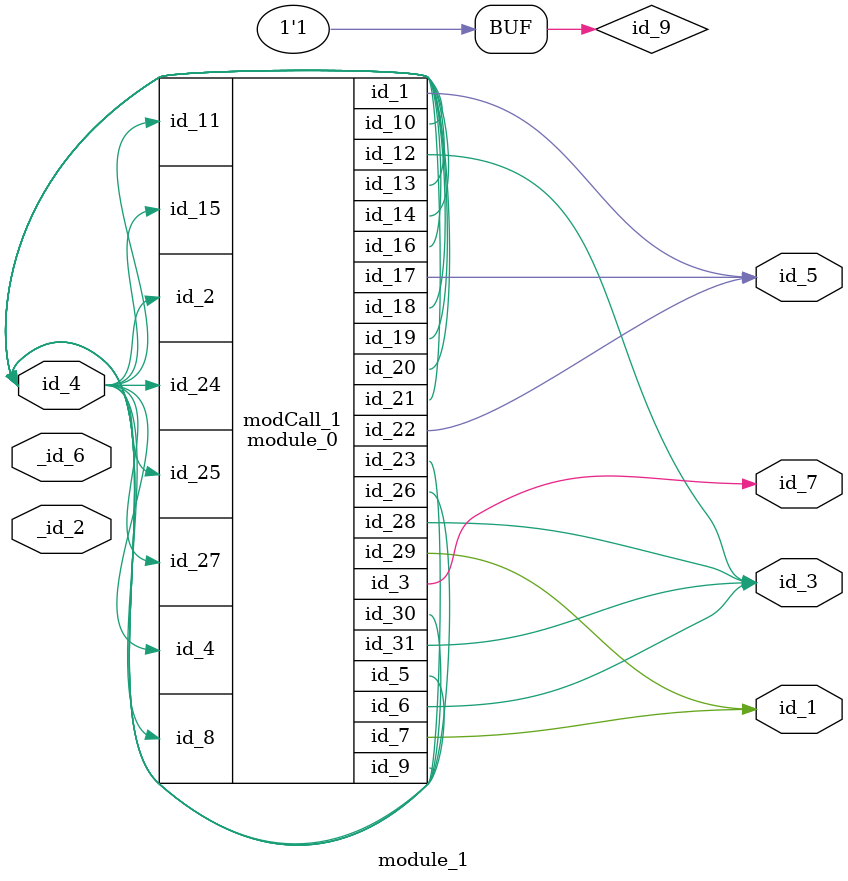
<source format=v>
module module_0 (
    id_1,
    id_2,
    id_3,
    id_4,
    id_5,
    id_6,
    id_7,
    id_8,
    id_9,
    id_10,
    id_11,
    id_12,
    id_13,
    id_14,
    id_15,
    id_16,
    id_17,
    id_18,
    id_19,
    id_20,
    id_21,
    id_22,
    id_23,
    id_24,
    id_25,
    id_26,
    id_27,
    id_28,
    id_29,
    id_30,
    id_31
);
  output wire id_31;
  inout wire id_30;
  output wire id_29;
  output wire id_28;
  input wire id_27;
  inout wire id_26;
  input wire id_25;
  input wire id_24;
  inout wire id_23;
  output wire id_22;
  inout wire id_21;
  inout wire id_20;
  inout wire id_19;
  inout wire id_18;
  output wire id_17;
  inout wire id_16;
  input wire id_15;
  inout wire id_14;
  inout wire id_13;
  output wire id_12;
  input wire id_11;
  inout wire id_10;
  inout wire id_9;
  input wire id_8;
  output wire id_7;
  output wire id_6;
  inout wire id_5;
  input wire id_4;
  output wire id_3;
  input wire id_2;
  output wire id_1;
  wire id_32;
  wire id_33;
endmodule
module module_1 #(
    parameter id_2 = 32'd84,
    parameter id_6 = 32'd58,
    parameter id_8 = 32'd20
) (
    id_1,
    _id_2,
    id_3,
    id_4,
    id_5,
    _id_6,
    id_7
);
  output wire id_7;
  inout wire _id_6;
  output wire id_5;
  inout wire id_4;
  module_0 modCall_1 (
      id_5,
      id_4,
      id_7,
      id_4,
      id_4,
      id_3,
      id_1,
      id_4,
      id_4,
      id_4,
      id_4,
      id_3,
      id_4,
      id_4,
      id_4,
      id_4,
      id_5,
      id_4,
      id_4,
      id_4,
      id_4,
      id_5,
      id_4,
      id_4,
      id_4,
      id_4,
      id_4,
      id_3,
      id_1,
      id_4,
      id_3
  );
  output wire id_3;
  input wire _id_2;
  output wire id_1;
  wire [id_2 : id_6] _id_8;
  wand id_9 = 1;
  parameter id_10 = 1;
  wire [id_8 : 1 'b0] id_11;
endmodule

</source>
